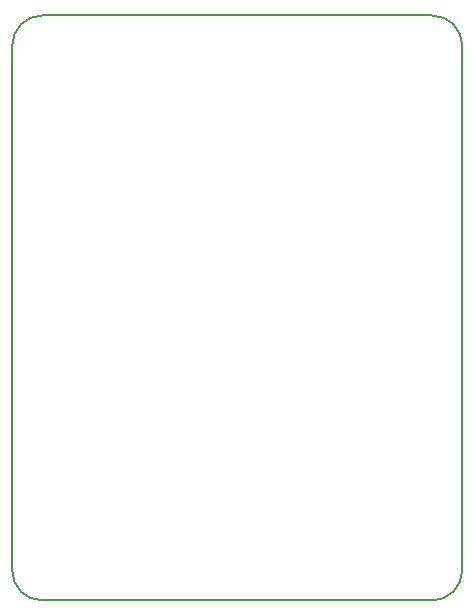
<source format=gm1>
G04 #@! TF.FileFunction,Profile,NP*
%FSLAX46Y46*%
G04 Gerber Fmt 4.6, Leading zero omitted, Abs format (unit mm)*
G04 Created by KiCad (PCBNEW 4.0.7) date 06/11/20 10:54:36*
%MOMM*%
%LPD*%
G01*
G04 APERTURE LIST*
%ADD10C,0.100000*%
%ADD11C,0.150000*%
G04 APERTURE END LIST*
D10*
D11*
X76200000Y-90170000D02*
X76200000Y-45720000D01*
X111760000Y-92710000D02*
X78740000Y-92710000D01*
X114300000Y-45720000D02*
X114300000Y-90170000D01*
X78740000Y-43180000D02*
X111760000Y-43180000D01*
X78740000Y-43180000D02*
G75*
G03X76200000Y-45720000I0J-2540000D01*
G01*
X114300000Y-45720000D02*
G75*
G03X111760000Y-43180000I-2540000J0D01*
G01*
X111760000Y-92710000D02*
G75*
G03X114300000Y-90170000I0J2540000D01*
G01*
X76200000Y-90170000D02*
G75*
G03X78740000Y-92710000I2540000J0D01*
G01*
M02*

</source>
